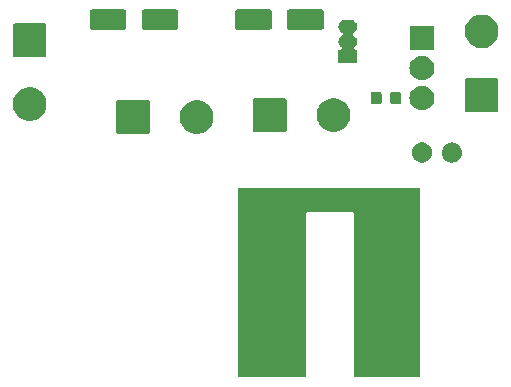
<source format=gbr>
G04 #@! TF.GenerationSoftware,KiCad,Pcbnew,(5.1.0-0)*
G04 #@! TF.CreationDate,2021-09-25T20:45:45+02:00*
G04 #@! TF.ProjectId,Kaefer_Konstanter_Tank,4b616566-6572-45f4-9b6f-6e7374616e74,rev?*
G04 #@! TF.SameCoordinates,Original*
G04 #@! TF.FileFunction,Soldermask,Top*
G04 #@! TF.FilePolarity,Negative*
%FSLAX46Y46*%
G04 Gerber Fmt 4.6, Leading zero omitted, Abs format (unit mm)*
G04 Created by KiCad (PCBNEW (5.1.0-0)) date 2021-09-25 20:45:45*
%MOMM*%
%LPD*%
G04 APERTURE LIST*
%ADD10C,0.100000*%
G04 APERTURE END LIST*
D10*
G36*
X147700000Y-106985000D02*
G01*
X144933299Y-106987444D01*
X142046139Y-106989995D01*
X142046135Y-106989995D01*
X142040000Y-106990000D01*
X142040000Y-93094999D01*
X142037598Y-93070613D01*
X142030485Y-93047164D01*
X142018934Y-93025553D01*
X142003389Y-93006611D01*
X141984447Y-92991066D01*
X141962836Y-92979515D01*
X141939387Y-92972402D01*
X141915001Y-92970000D01*
X138174999Y-92970000D01*
X138150613Y-92972402D01*
X138127164Y-92979515D01*
X138105553Y-92991066D01*
X138086611Y-93006611D01*
X138071066Y-93025553D01*
X138059515Y-93047164D01*
X138052402Y-93070613D01*
X138050000Y-93094999D01*
X138050000Y-106940000D01*
X132230000Y-106950000D01*
X132230000Y-91010000D01*
X132236110Y-91009994D01*
X132236111Y-91009994D01*
X141758085Y-91000761D01*
X147700000Y-90995000D01*
X147700000Y-106985000D01*
X147700000Y-106985000D01*
G37*
G36*
X148068228Y-87151703D02*
G01*
X148223100Y-87215853D01*
X148362481Y-87308985D01*
X148481015Y-87427519D01*
X148574147Y-87566900D01*
X148638297Y-87721772D01*
X148671000Y-87886184D01*
X148671000Y-88053816D01*
X148638297Y-88218228D01*
X148574147Y-88373100D01*
X148481015Y-88512481D01*
X148362481Y-88631015D01*
X148223100Y-88724147D01*
X148068228Y-88788297D01*
X147903816Y-88821000D01*
X147736184Y-88821000D01*
X147571772Y-88788297D01*
X147416900Y-88724147D01*
X147277519Y-88631015D01*
X147158985Y-88512481D01*
X147065853Y-88373100D01*
X147001703Y-88218228D01*
X146969000Y-88053816D01*
X146969000Y-87886184D01*
X147001703Y-87721772D01*
X147065853Y-87566900D01*
X147158985Y-87427519D01*
X147277519Y-87308985D01*
X147416900Y-87215853D01*
X147571772Y-87151703D01*
X147736184Y-87119000D01*
X147903816Y-87119000D01*
X148068228Y-87151703D01*
X148068228Y-87151703D01*
G37*
G36*
X150526823Y-87131313D02*
G01*
X150687242Y-87179976D01*
X150754361Y-87215852D01*
X150835078Y-87258996D01*
X150964659Y-87365341D01*
X151071004Y-87494922D01*
X151071005Y-87494924D01*
X151150024Y-87642758D01*
X151198687Y-87803177D01*
X151215117Y-87970000D01*
X151198687Y-88136823D01*
X151150024Y-88297242D01*
X151109477Y-88373100D01*
X151071004Y-88445078D01*
X150964659Y-88574659D01*
X150835078Y-88681004D01*
X150835076Y-88681005D01*
X150687242Y-88760024D01*
X150526823Y-88808687D01*
X150401804Y-88821000D01*
X150318196Y-88821000D01*
X150193177Y-88808687D01*
X150032758Y-88760024D01*
X149884924Y-88681005D01*
X149884922Y-88681004D01*
X149755341Y-88574659D01*
X149648996Y-88445078D01*
X149610523Y-88373100D01*
X149569976Y-88297242D01*
X149521313Y-88136823D01*
X149504883Y-87970000D01*
X149521313Y-87803177D01*
X149569976Y-87642758D01*
X149648995Y-87494924D01*
X149648996Y-87494922D01*
X149755341Y-87365341D01*
X149884922Y-87258996D01*
X149965639Y-87215852D01*
X150032758Y-87179976D01*
X150193177Y-87131313D01*
X150318196Y-87119000D01*
X150401804Y-87119000D01*
X150526823Y-87131313D01*
X150526823Y-87131313D01*
G37*
G36*
X129165949Y-83588800D02*
G01*
X129425463Y-83696294D01*
X129484709Y-83735881D01*
X129659022Y-83852353D01*
X129857647Y-84050978D01*
X129913479Y-84134537D01*
X130013706Y-84284537D01*
X130121200Y-84544051D01*
X130176000Y-84819550D01*
X130176000Y-85100450D01*
X130121200Y-85375949D01*
X130013706Y-85635463D01*
X129936206Y-85751450D01*
X129857647Y-85869022D01*
X129659022Y-86067647D01*
X129570601Y-86126728D01*
X129425463Y-86223706D01*
X129165949Y-86331200D01*
X128890450Y-86386000D01*
X128609550Y-86386000D01*
X128334051Y-86331200D01*
X128074537Y-86223706D01*
X127929399Y-86126728D01*
X127840978Y-86067647D01*
X127642353Y-85869022D01*
X127563794Y-85751450D01*
X127486294Y-85635463D01*
X127378800Y-85375949D01*
X127324000Y-85100450D01*
X127324000Y-84819550D01*
X127378800Y-84544051D01*
X127486294Y-84284537D01*
X127586521Y-84134537D01*
X127642353Y-84050978D01*
X127840978Y-83852353D01*
X128015291Y-83735881D01*
X128074537Y-83696294D01*
X128334051Y-83588800D01*
X128609550Y-83534000D01*
X128890450Y-83534000D01*
X129165949Y-83588800D01*
X129165949Y-83588800D01*
G37*
G36*
X124649509Y-83537610D02*
G01*
X124678851Y-83546511D01*
X124705890Y-83560963D01*
X124729588Y-83580412D01*
X124749037Y-83604110D01*
X124763489Y-83631149D01*
X124772390Y-83660491D01*
X124776000Y-83697141D01*
X124776000Y-86222859D01*
X124772390Y-86259509D01*
X124763489Y-86288851D01*
X124749037Y-86315890D01*
X124729588Y-86339588D01*
X124705890Y-86359037D01*
X124678851Y-86373489D01*
X124649509Y-86382390D01*
X124612859Y-86386000D01*
X122087141Y-86386000D01*
X122050491Y-86382390D01*
X122021149Y-86373489D01*
X121994110Y-86359037D01*
X121970412Y-86339588D01*
X121950963Y-86315890D01*
X121936511Y-86288851D01*
X121927610Y-86259509D01*
X121924000Y-86222859D01*
X121924000Y-83697141D01*
X121927610Y-83660491D01*
X121936511Y-83631149D01*
X121950963Y-83604110D01*
X121970412Y-83580412D01*
X121994110Y-83560963D01*
X122021149Y-83546511D01*
X122050491Y-83537610D01*
X122087141Y-83534000D01*
X124612859Y-83534000D01*
X124649509Y-83537610D01*
X124649509Y-83537610D01*
G37*
G36*
X140755949Y-83438800D02*
G01*
X141015463Y-83546294D01*
X141084901Y-83592691D01*
X141249022Y-83702353D01*
X141447647Y-83900978D01*
X141447648Y-83900980D01*
X141603706Y-84134537D01*
X141711200Y-84394051D01*
X141766000Y-84669550D01*
X141766000Y-84950450D01*
X141711200Y-85225949D01*
X141603706Y-85485463D01*
X141603705Y-85485464D01*
X141447647Y-85719022D01*
X141249022Y-85917647D01*
X141160601Y-85976728D01*
X141015463Y-86073706D01*
X140755949Y-86181200D01*
X140480450Y-86236000D01*
X140199550Y-86236000D01*
X139924051Y-86181200D01*
X139664537Y-86073706D01*
X139519399Y-85976728D01*
X139430978Y-85917647D01*
X139232353Y-85719022D01*
X139076295Y-85485464D01*
X139076294Y-85485463D01*
X138968800Y-85225949D01*
X138914000Y-84950450D01*
X138914000Y-84669550D01*
X138968800Y-84394051D01*
X139076294Y-84134537D01*
X139232352Y-83900980D01*
X139232353Y-83900978D01*
X139430978Y-83702353D01*
X139595099Y-83592691D01*
X139664537Y-83546294D01*
X139924051Y-83438800D01*
X140199550Y-83384000D01*
X140480450Y-83384000D01*
X140755949Y-83438800D01*
X140755949Y-83438800D01*
G37*
G36*
X136239509Y-83387610D02*
G01*
X136268851Y-83396511D01*
X136295890Y-83410963D01*
X136319588Y-83430412D01*
X136339037Y-83454110D01*
X136353489Y-83481149D01*
X136362390Y-83510491D01*
X136366000Y-83547141D01*
X136366000Y-86072859D01*
X136362390Y-86109509D01*
X136353489Y-86138851D01*
X136339037Y-86165890D01*
X136319588Y-86189588D01*
X136295890Y-86209037D01*
X136268851Y-86223489D01*
X136239509Y-86232390D01*
X136202859Y-86236000D01*
X133677141Y-86236000D01*
X133640491Y-86232390D01*
X133611149Y-86223489D01*
X133584110Y-86209037D01*
X133560412Y-86189588D01*
X133540963Y-86165890D01*
X133526511Y-86138851D01*
X133517610Y-86109509D01*
X133514000Y-86072859D01*
X133514000Y-83547141D01*
X133517610Y-83510491D01*
X133526511Y-83481149D01*
X133540963Y-83454110D01*
X133560412Y-83430412D01*
X133584110Y-83410963D01*
X133611149Y-83396511D01*
X133640491Y-83387610D01*
X133677141Y-83384000D01*
X136202859Y-83384000D01*
X136239509Y-83387610D01*
X136239509Y-83387610D01*
G37*
G36*
X115025949Y-82498800D02*
G01*
X115285463Y-82606294D01*
X115285464Y-82606295D01*
X115519022Y-82762353D01*
X115717647Y-82960978D01*
X115754082Y-83015507D01*
X115873706Y-83194537D01*
X115981200Y-83454051D01*
X116036000Y-83729550D01*
X116036000Y-84010450D01*
X115981200Y-84285949D01*
X115873706Y-84545463D01*
X115873705Y-84545464D01*
X115717647Y-84779022D01*
X115519022Y-84977647D01*
X115401450Y-85056206D01*
X115285463Y-85133706D01*
X115025949Y-85241200D01*
X114750450Y-85296000D01*
X114469550Y-85296000D01*
X114194051Y-85241200D01*
X113934537Y-85133706D01*
X113818550Y-85056206D01*
X113700978Y-84977647D01*
X113502353Y-84779022D01*
X113346295Y-84545464D01*
X113346294Y-84545463D01*
X113238800Y-84285949D01*
X113184000Y-84010450D01*
X113184000Y-83729550D01*
X113238800Y-83454051D01*
X113346294Y-83194537D01*
X113465918Y-83015507D01*
X113502353Y-82960978D01*
X113700978Y-82762353D01*
X113934536Y-82606295D01*
X113934537Y-82606294D01*
X114194051Y-82498800D01*
X114469550Y-82444000D01*
X114750450Y-82444000D01*
X115025949Y-82498800D01*
X115025949Y-82498800D01*
G37*
G36*
X154179509Y-81687610D02*
G01*
X154208851Y-81696511D01*
X154235890Y-81710963D01*
X154259588Y-81730412D01*
X154279037Y-81754110D01*
X154293489Y-81781149D01*
X154302390Y-81810491D01*
X154306000Y-81847141D01*
X154306000Y-84372859D01*
X154302390Y-84409509D01*
X154293489Y-84438851D01*
X154279037Y-84465890D01*
X154259588Y-84489588D01*
X154235890Y-84509037D01*
X154208851Y-84523489D01*
X154179509Y-84532390D01*
X154142859Y-84536000D01*
X151617141Y-84536000D01*
X151580491Y-84532390D01*
X151551149Y-84523489D01*
X151524110Y-84509037D01*
X151500412Y-84489588D01*
X151480963Y-84465890D01*
X151466511Y-84438851D01*
X151457610Y-84409509D01*
X151454000Y-84372859D01*
X151454000Y-81847141D01*
X151457610Y-81810491D01*
X151466511Y-81781149D01*
X151480963Y-81754110D01*
X151500412Y-81730412D01*
X151524110Y-81710963D01*
X151551149Y-81696511D01*
X151580491Y-81687610D01*
X151617141Y-81684000D01*
X154142859Y-81684000D01*
X154179509Y-81687610D01*
X154179509Y-81687610D01*
G37*
G36*
X147973936Y-82351340D02*
G01*
X148072220Y-82361020D01*
X148261381Y-82418401D01*
X148435712Y-82511583D01*
X148588515Y-82636985D01*
X148713917Y-82789788D01*
X148807099Y-82964119D01*
X148864480Y-83153280D01*
X148883855Y-83350000D01*
X148864480Y-83546720D01*
X148807099Y-83735881D01*
X148713917Y-83910212D01*
X148588515Y-84063015D01*
X148435712Y-84188417D01*
X148261381Y-84281599D01*
X148072220Y-84338980D01*
X147973936Y-84348660D01*
X147924795Y-84353500D01*
X147731205Y-84353500D01*
X147682064Y-84348660D01*
X147583780Y-84338980D01*
X147394619Y-84281599D01*
X147220288Y-84188417D01*
X147067485Y-84063015D01*
X146942083Y-83910212D01*
X146848901Y-83735881D01*
X146791520Y-83546720D01*
X146772145Y-83350000D01*
X146791520Y-83153280D01*
X146848901Y-82964119D01*
X146942083Y-82789788D01*
X147067485Y-82636985D01*
X147220288Y-82511583D01*
X147394619Y-82418401D01*
X147583780Y-82361020D01*
X147682064Y-82351340D01*
X147731205Y-82346500D01*
X147924795Y-82346500D01*
X147973936Y-82351340D01*
X147973936Y-82351340D01*
G37*
G36*
X144274683Y-82837725D02*
G01*
X144305143Y-82846966D01*
X144333223Y-82861974D01*
X144357831Y-82882169D01*
X144378026Y-82906777D01*
X144393034Y-82934857D01*
X144402275Y-82965317D01*
X144406000Y-83003140D01*
X144406000Y-83716860D01*
X144402275Y-83754683D01*
X144393034Y-83785143D01*
X144378026Y-83813223D01*
X144357831Y-83837831D01*
X144333223Y-83858026D01*
X144305143Y-83873034D01*
X144274683Y-83882275D01*
X144236860Y-83886000D01*
X143673140Y-83886000D01*
X143635317Y-83882275D01*
X143604857Y-83873034D01*
X143576777Y-83858026D01*
X143552169Y-83837831D01*
X143531974Y-83813223D01*
X143516966Y-83785143D01*
X143507725Y-83754683D01*
X143504000Y-83716860D01*
X143504000Y-83003140D01*
X143507725Y-82965317D01*
X143516966Y-82934857D01*
X143531974Y-82906777D01*
X143552169Y-82882169D01*
X143576777Y-82861974D01*
X143604857Y-82846966D01*
X143635317Y-82837725D01*
X143673140Y-82834000D01*
X144236860Y-82834000D01*
X144274683Y-82837725D01*
X144274683Y-82837725D01*
G37*
G36*
X145924683Y-82837725D02*
G01*
X145955143Y-82846966D01*
X145983223Y-82861974D01*
X146007831Y-82882169D01*
X146028026Y-82906777D01*
X146043034Y-82934857D01*
X146052275Y-82965317D01*
X146056000Y-83003140D01*
X146056000Y-83716860D01*
X146052275Y-83754683D01*
X146043034Y-83785143D01*
X146028026Y-83813223D01*
X146007831Y-83837831D01*
X145983223Y-83858026D01*
X145955143Y-83873034D01*
X145924683Y-83882275D01*
X145886860Y-83886000D01*
X145323140Y-83886000D01*
X145285317Y-83882275D01*
X145254857Y-83873034D01*
X145226777Y-83858026D01*
X145202169Y-83837831D01*
X145181974Y-83813223D01*
X145166966Y-83785143D01*
X145157725Y-83754683D01*
X145154000Y-83716860D01*
X145154000Y-83003140D01*
X145157725Y-82965317D01*
X145166966Y-82934857D01*
X145181974Y-82906777D01*
X145202169Y-82882169D01*
X145226777Y-82861974D01*
X145254857Y-82846966D01*
X145285317Y-82837725D01*
X145323140Y-82834000D01*
X145886860Y-82834000D01*
X145924683Y-82837725D01*
X145924683Y-82837725D01*
G37*
G36*
X147973936Y-79811340D02*
G01*
X148072220Y-79821020D01*
X148261381Y-79878401D01*
X148435712Y-79971583D01*
X148588515Y-80096985D01*
X148713917Y-80249788D01*
X148807099Y-80424119D01*
X148864480Y-80613280D01*
X148883855Y-80810000D01*
X148864480Y-81006720D01*
X148807099Y-81195881D01*
X148713917Y-81370212D01*
X148588515Y-81523015D01*
X148435712Y-81648417D01*
X148261381Y-81741599D01*
X148072220Y-81798980D01*
X147973936Y-81808660D01*
X147924795Y-81813500D01*
X147731205Y-81813500D01*
X147682064Y-81808660D01*
X147583780Y-81798980D01*
X147394619Y-81741599D01*
X147220288Y-81648417D01*
X147067485Y-81523015D01*
X146942083Y-81370212D01*
X146848901Y-81195881D01*
X146791520Y-81006720D01*
X146772145Y-80810000D01*
X146791520Y-80613280D01*
X146848901Y-80424119D01*
X146942083Y-80249788D01*
X147067485Y-80096985D01*
X147220288Y-79971583D01*
X147394619Y-79878401D01*
X147583780Y-79821020D01*
X147682064Y-79811340D01*
X147731205Y-79806500D01*
X147924795Y-79806500D01*
X147973936Y-79811340D01*
X147973936Y-79811340D01*
G37*
G36*
X141897916Y-76732334D02*
G01*
X142006492Y-76765271D01*
X142006495Y-76765272D01*
X142042601Y-76784571D01*
X142106557Y-76818756D01*
X142194264Y-76890736D01*
X142266244Y-76978443D01*
X142296226Y-77034536D01*
X142319728Y-77078505D01*
X142319729Y-77078508D01*
X142352666Y-77187084D01*
X142363787Y-77300000D01*
X142352666Y-77412916D01*
X142319729Y-77521492D01*
X142319728Y-77521495D01*
X142302412Y-77553890D01*
X142266244Y-77621557D01*
X142194264Y-77709264D01*
X142106557Y-77781244D01*
X142025141Y-77824761D01*
X142004766Y-77838375D01*
X141987439Y-77855702D01*
X141973826Y-77876076D01*
X141964448Y-77898715D01*
X141959668Y-77922748D01*
X141959668Y-77947252D01*
X141964448Y-77971285D01*
X141973826Y-77993924D01*
X141987440Y-78014299D01*
X142004767Y-78031626D01*
X142025141Y-78045239D01*
X142106557Y-78088756D01*
X142194264Y-78160736D01*
X142266244Y-78248443D01*
X142300429Y-78312399D01*
X142319728Y-78348505D01*
X142319729Y-78348508D01*
X142352666Y-78457084D01*
X142363787Y-78570000D01*
X142352666Y-78682916D01*
X142319729Y-78791492D01*
X142319728Y-78791495D01*
X142305749Y-78817647D01*
X142266244Y-78891557D01*
X142194264Y-78979264D01*
X142117354Y-79042383D01*
X142100035Y-79059702D01*
X142086421Y-79080077D01*
X142077043Y-79102716D01*
X142072263Y-79126749D01*
X142072263Y-79151253D01*
X142077043Y-79175286D01*
X142086421Y-79197925D01*
X142100034Y-79218299D01*
X142117361Y-79235626D01*
X142137736Y-79249240D01*
X142160375Y-79258618D01*
X142184408Y-79263398D01*
X142196660Y-79264000D01*
X142361000Y-79264000D01*
X142361000Y-80416000D01*
X140759000Y-80416000D01*
X140759000Y-79264000D01*
X140923340Y-79264000D01*
X140947726Y-79261598D01*
X140971175Y-79254485D01*
X140992786Y-79242934D01*
X141011728Y-79227389D01*
X141027273Y-79208447D01*
X141038824Y-79186836D01*
X141045937Y-79163387D01*
X141048339Y-79139001D01*
X141045937Y-79114615D01*
X141038824Y-79091166D01*
X141027273Y-79069555D01*
X141011728Y-79050613D01*
X141002655Y-79042391D01*
X140925736Y-78979264D01*
X140853756Y-78891557D01*
X140814251Y-78817647D01*
X140800272Y-78791495D01*
X140800271Y-78791492D01*
X140767334Y-78682916D01*
X140756213Y-78570000D01*
X140767334Y-78457084D01*
X140800271Y-78348508D01*
X140800272Y-78348505D01*
X140819571Y-78312399D01*
X140853756Y-78248443D01*
X140925736Y-78160736D01*
X141013443Y-78088756D01*
X141094859Y-78045239D01*
X141115234Y-78031625D01*
X141132561Y-78014298D01*
X141146174Y-77993924D01*
X141155552Y-77971285D01*
X141160332Y-77947252D01*
X141160332Y-77922748D01*
X141155552Y-77898715D01*
X141146174Y-77876076D01*
X141132560Y-77855701D01*
X141115233Y-77838374D01*
X141094859Y-77824761D01*
X141013443Y-77781244D01*
X140925736Y-77709264D01*
X140853756Y-77621557D01*
X140817588Y-77553890D01*
X140800272Y-77521495D01*
X140800271Y-77521492D01*
X140767334Y-77412916D01*
X140756213Y-77300000D01*
X140767334Y-77187084D01*
X140800271Y-77078508D01*
X140800272Y-77078505D01*
X140823774Y-77034536D01*
X140853756Y-76978443D01*
X140925736Y-76890736D01*
X141013443Y-76818756D01*
X141077399Y-76784571D01*
X141113505Y-76765272D01*
X141113508Y-76765271D01*
X141222084Y-76732334D01*
X141306702Y-76724000D01*
X141813298Y-76724000D01*
X141897916Y-76732334D01*
X141897916Y-76732334D01*
G37*
G36*
X115909509Y-77047610D02*
G01*
X115938851Y-77056511D01*
X115965890Y-77070963D01*
X115989588Y-77090412D01*
X116009037Y-77114110D01*
X116023489Y-77141149D01*
X116032390Y-77170491D01*
X116036000Y-77207141D01*
X116036000Y-79732859D01*
X116032390Y-79769509D01*
X116023489Y-79798851D01*
X116009037Y-79825890D01*
X115989588Y-79849588D01*
X115965890Y-79869037D01*
X115938851Y-79883489D01*
X115909509Y-79892390D01*
X115872859Y-79896000D01*
X113347141Y-79896000D01*
X113310491Y-79892390D01*
X113281149Y-79883489D01*
X113254110Y-79869037D01*
X113230412Y-79849588D01*
X113210963Y-79825890D01*
X113196511Y-79798851D01*
X113187610Y-79769509D01*
X113184000Y-79732859D01*
X113184000Y-77207141D01*
X113187610Y-77170491D01*
X113196511Y-77141149D01*
X113210963Y-77114110D01*
X113230412Y-77090412D01*
X113254110Y-77070963D01*
X113281149Y-77056511D01*
X113310491Y-77047610D01*
X113347141Y-77044000D01*
X115872859Y-77044000D01*
X115909509Y-77047610D01*
X115909509Y-77047610D01*
G37*
G36*
X148879000Y-79273500D02*
G01*
X146777000Y-79273500D01*
X146777000Y-77266500D01*
X148879000Y-77266500D01*
X148879000Y-79273500D01*
X148879000Y-79273500D01*
G37*
G36*
X153295949Y-76338800D02*
G01*
X153555463Y-76446294D01*
X153555464Y-76446295D01*
X153789022Y-76602353D01*
X153987647Y-76800978D01*
X153987648Y-76800980D01*
X154143706Y-77034537D01*
X154251200Y-77294051D01*
X154306000Y-77569550D01*
X154306000Y-77850450D01*
X154251200Y-78125949D01*
X154143706Y-78385463D01*
X154143705Y-78385464D01*
X153987647Y-78619022D01*
X153789022Y-78817647D01*
X153678411Y-78891555D01*
X153555463Y-78973706D01*
X153295949Y-79081200D01*
X153020450Y-79136000D01*
X152739550Y-79136000D01*
X152464051Y-79081200D01*
X152204537Y-78973706D01*
X152081589Y-78891555D01*
X151970978Y-78817647D01*
X151772353Y-78619022D01*
X151616295Y-78385464D01*
X151616294Y-78385463D01*
X151508800Y-78125949D01*
X151454000Y-77850450D01*
X151454000Y-77569550D01*
X151508800Y-77294051D01*
X151616294Y-77034537D01*
X151772352Y-76800980D01*
X151772353Y-76800978D01*
X151970978Y-76602353D01*
X152204536Y-76446295D01*
X152204537Y-76446294D01*
X152464051Y-76338800D01*
X152739550Y-76284000D01*
X153020450Y-76284000D01*
X153295949Y-76338800D01*
X153295949Y-76338800D01*
G37*
G36*
X139368997Y-75861051D02*
G01*
X139402652Y-75871261D01*
X139433665Y-75887838D01*
X139460851Y-75910149D01*
X139483162Y-75937335D01*
X139499739Y-75968348D01*
X139509949Y-76002003D01*
X139514000Y-76043138D01*
X139514000Y-77372862D01*
X139509949Y-77413997D01*
X139499739Y-77447652D01*
X139483162Y-77478665D01*
X139460851Y-77505851D01*
X139433665Y-77528162D01*
X139402652Y-77544739D01*
X139368997Y-77554949D01*
X139327862Y-77559000D01*
X136598138Y-77559000D01*
X136557003Y-77554949D01*
X136523348Y-77544739D01*
X136492335Y-77528162D01*
X136465149Y-77505851D01*
X136442838Y-77478665D01*
X136426261Y-77447652D01*
X136416051Y-77413997D01*
X136412000Y-77372862D01*
X136412000Y-76043138D01*
X136416051Y-76002003D01*
X136426261Y-75968348D01*
X136442838Y-75937335D01*
X136465149Y-75910149D01*
X136492335Y-75887838D01*
X136523348Y-75871261D01*
X136557003Y-75861051D01*
X136598138Y-75857000D01*
X139327862Y-75857000D01*
X139368997Y-75861051D01*
X139368997Y-75861051D01*
G37*
G36*
X134968997Y-75861051D02*
G01*
X135002652Y-75871261D01*
X135033665Y-75887838D01*
X135060851Y-75910149D01*
X135083162Y-75937335D01*
X135099739Y-75968348D01*
X135109949Y-76002003D01*
X135114000Y-76043138D01*
X135114000Y-77372862D01*
X135109949Y-77413997D01*
X135099739Y-77447652D01*
X135083162Y-77478665D01*
X135060851Y-77505851D01*
X135033665Y-77528162D01*
X135002652Y-77544739D01*
X134968997Y-77554949D01*
X134927862Y-77559000D01*
X132198138Y-77559000D01*
X132157003Y-77554949D01*
X132123348Y-77544739D01*
X132092335Y-77528162D01*
X132065149Y-77505851D01*
X132042838Y-77478665D01*
X132026261Y-77447652D01*
X132016051Y-77413997D01*
X132012000Y-77372862D01*
X132012000Y-76043138D01*
X132016051Y-76002003D01*
X132026261Y-75968348D01*
X132042838Y-75937335D01*
X132065149Y-75910149D01*
X132092335Y-75887838D01*
X132123348Y-75871261D01*
X132157003Y-75861051D01*
X132198138Y-75857000D01*
X134927862Y-75857000D01*
X134968997Y-75861051D01*
X134968997Y-75861051D01*
G37*
G36*
X127049997Y-75861051D02*
G01*
X127083652Y-75871261D01*
X127114665Y-75887838D01*
X127141851Y-75910149D01*
X127164162Y-75937335D01*
X127180739Y-75968348D01*
X127190949Y-76002003D01*
X127195000Y-76043138D01*
X127195000Y-77372862D01*
X127190949Y-77413997D01*
X127180739Y-77447652D01*
X127164162Y-77478665D01*
X127141851Y-77505851D01*
X127114665Y-77528162D01*
X127083652Y-77544739D01*
X127049997Y-77554949D01*
X127008862Y-77559000D01*
X124279138Y-77559000D01*
X124238003Y-77554949D01*
X124204348Y-77544739D01*
X124173335Y-77528162D01*
X124146149Y-77505851D01*
X124123838Y-77478665D01*
X124107261Y-77447652D01*
X124097051Y-77413997D01*
X124093000Y-77372862D01*
X124093000Y-76043138D01*
X124097051Y-76002003D01*
X124107261Y-75968348D01*
X124123838Y-75937335D01*
X124146149Y-75910149D01*
X124173335Y-75887838D01*
X124204348Y-75871261D01*
X124238003Y-75861051D01*
X124279138Y-75857000D01*
X127008862Y-75857000D01*
X127049997Y-75861051D01*
X127049997Y-75861051D01*
G37*
G36*
X122649997Y-75861051D02*
G01*
X122683652Y-75871261D01*
X122714665Y-75887838D01*
X122741851Y-75910149D01*
X122764162Y-75937335D01*
X122780739Y-75968348D01*
X122790949Y-76002003D01*
X122795000Y-76043138D01*
X122795000Y-77372862D01*
X122790949Y-77413997D01*
X122780739Y-77447652D01*
X122764162Y-77478665D01*
X122741851Y-77505851D01*
X122714665Y-77528162D01*
X122683652Y-77544739D01*
X122649997Y-77554949D01*
X122608862Y-77559000D01*
X119879138Y-77559000D01*
X119838003Y-77554949D01*
X119804348Y-77544739D01*
X119773335Y-77528162D01*
X119746149Y-77505851D01*
X119723838Y-77478665D01*
X119707261Y-77447652D01*
X119697051Y-77413997D01*
X119693000Y-77372862D01*
X119693000Y-76043138D01*
X119697051Y-76002003D01*
X119707261Y-75968348D01*
X119723838Y-75937335D01*
X119746149Y-75910149D01*
X119773335Y-75887838D01*
X119804348Y-75871261D01*
X119838003Y-75861051D01*
X119879138Y-75857000D01*
X122608862Y-75857000D01*
X122649997Y-75861051D01*
X122649997Y-75861051D01*
G37*
M02*

</source>
